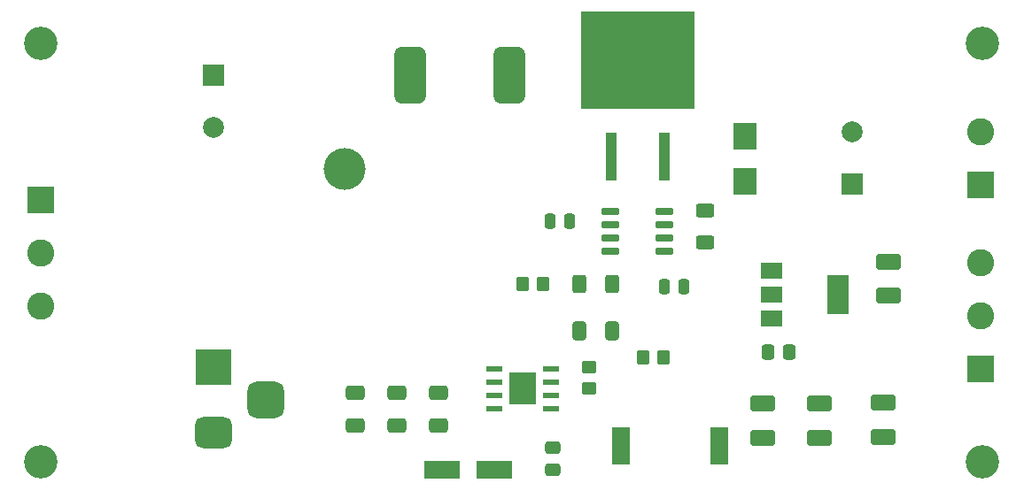
<source format=gts>
G04 #@! TF.GenerationSoftware,KiCad,Pcbnew,6.0.2+dfsg-1*
G04 #@! TF.CreationDate,2023-02-09T09:42:12+00:00*
G04 #@! TF.ProjectId,NixiePowerAlternate,4e697869-6550-46f7-9765-72416c746572,rev?*
G04 #@! TF.SameCoordinates,Original*
G04 #@! TF.FileFunction,Soldermask,Top*
G04 #@! TF.FilePolarity,Negative*
%FSLAX46Y46*%
G04 Gerber Fmt 4.6, Leading zero omitted, Abs format (unit mm)*
G04 Created by KiCad (PCBNEW 6.0.2+dfsg-1) date 2023-02-09 09:42:12*
%MOMM*%
%LPD*%
G01*
G04 APERTURE LIST*
G04 Aperture macros list*
%AMRoundRect*
0 Rectangle with rounded corners*
0 $1 Rounding radius*
0 $2 $3 $4 $5 $6 $7 $8 $9 X,Y pos of 4 corners*
0 Add a 4 corners polygon primitive as box body*
4,1,4,$2,$3,$4,$5,$6,$7,$8,$9,$2,$3,0*
0 Add four circle primitives for the rounded corners*
1,1,$1+$1,$2,$3*
1,1,$1+$1,$4,$5*
1,1,$1+$1,$6,$7*
1,1,$1+$1,$8,$9*
0 Add four rect primitives between the rounded corners*
20,1,$1+$1,$2,$3,$4,$5,0*
20,1,$1+$1,$4,$5,$6,$7,0*
20,1,$1+$1,$6,$7,$8,$9,0*
20,1,$1+$1,$8,$9,$2,$3,0*%
G04 Aperture macros list end*
%ADD10C,3.200000*%
%ADD11RoundRect,0.250000X-0.475000X0.337500X-0.475000X-0.337500X0.475000X-0.337500X0.475000X0.337500X0*%
%ADD12RoundRect,0.250000X-0.350000X-0.450000X0.350000X-0.450000X0.350000X0.450000X-0.350000X0.450000X0*%
%ADD13R,1.780000X3.560000*%
%ADD14R,1.100000X4.600000*%
%ADD15R,10.800000X9.400000*%
%ADD16RoundRect,0.250000X0.350000X0.450000X-0.350000X0.450000X-0.350000X-0.450000X0.350000X-0.450000X0*%
%ADD17RoundRect,0.250000X-0.650000X0.412500X-0.650000X-0.412500X0.650000X-0.412500X0.650000X0.412500X0*%
%ADD18RoundRect,0.250001X-0.924999X0.499999X-0.924999X-0.499999X0.924999X-0.499999X0.924999X0.499999X0*%
%ADD19RoundRect,0.250000X0.400000X0.625000X-0.400000X0.625000X-0.400000X-0.625000X0.400000X-0.625000X0*%
%ADD20R,2.300000X2.500000*%
%ADD21RoundRect,0.250001X0.924999X-0.499999X0.924999X0.499999X-0.924999X0.499999X-0.924999X-0.499999X0*%
%ADD22RoundRect,0.250000X0.412500X0.650000X-0.412500X0.650000X-0.412500X-0.650000X0.412500X-0.650000X0*%
%ADD23R,3.500000X1.800000*%
%ADD24R,3.500000X3.500000*%
%ADD25RoundRect,0.750000X1.000000X-0.750000X1.000000X0.750000X-1.000000X0.750000X-1.000000X-0.750000X0*%
%ADD26RoundRect,0.875000X0.875000X-0.875000X0.875000X0.875000X-0.875000X0.875000X-0.875000X-0.875000X0*%
%ADD27RoundRect,0.250000X0.250000X0.475000X-0.250000X0.475000X-0.250000X-0.475000X0.250000X-0.475000X0*%
%ADD28C,4.000000*%
%ADD29R,1.550000X0.600000*%
%ADD30R,2.600000X3.100000*%
%ADD31R,2.000000X1.500000*%
%ADD32R,2.000000X3.800000*%
%ADD33RoundRect,0.150000X-0.725000X-0.150000X0.725000X-0.150000X0.725000X0.150000X-0.725000X0.150000X0*%
%ADD34RoundRect,0.250000X-0.625000X0.400000X-0.625000X-0.400000X0.625000X-0.400000X0.625000X0.400000X0*%
%ADD35R,2.600000X2.600000*%
%ADD36C,2.600000*%
%ADD37RoundRect,0.250000X-0.337500X-0.475000X0.337500X-0.475000X0.337500X0.475000X-0.337500X0.475000X0*%
%ADD38RoundRect,0.250000X0.450000X-0.350000X0.450000X0.350000X-0.450000X0.350000X-0.450000X-0.350000X0*%
%ADD39R,2.000000X2.000000*%
%ADD40C,2.000000*%
%ADD41RoundRect,0.250000X-0.250000X-0.475000X0.250000X-0.475000X0.250000X0.475000X-0.250000X0.475000X0*%
%ADD42RoundRect,0.750000X-0.750000X2.000000X-0.750000X-2.000000X0.750000X-2.000000X0.750000X2.000000X0*%
G04 APERTURE END LIST*
D10*
X195000000Y-105000000D03*
D11*
X153900000Y-143700000D03*
X153900000Y-145775000D03*
D12*
X162500000Y-135000000D03*
X164500000Y-135000000D03*
D13*
X160400000Y-143500000D03*
X169800000Y-143500000D03*
D14*
X159460000Y-115775000D03*
D15*
X162000000Y-106625000D03*
D14*
X164540000Y-115775000D03*
D16*
X153000000Y-128000000D03*
X151000000Y-128000000D03*
D17*
X139000000Y-138437500D03*
X139000000Y-141562500D03*
X135000000Y-138437500D03*
X135000000Y-141562500D03*
D18*
X174000000Y-139475000D03*
X174000000Y-142725000D03*
D19*
X159550000Y-128000000D03*
X156450000Y-128000000D03*
D20*
X172266450Y-118150000D03*
X172266450Y-113850000D03*
D21*
X186000000Y-129125000D03*
X186000000Y-125875000D03*
D22*
X159562500Y-132500000D03*
X156437500Y-132500000D03*
D23*
X148300000Y-145800000D03*
X143300000Y-145800000D03*
D24*
X121500000Y-136000000D03*
D25*
X121500000Y-142200000D03*
D26*
X126500000Y-139100000D03*
D27*
X155550000Y-122000000D03*
X153650000Y-122000000D03*
D28*
X134000000Y-117000000D03*
D29*
X153700000Y-139905000D03*
X153700000Y-138635000D03*
X153700000Y-137365000D03*
X153700000Y-136095000D03*
X148300000Y-136095000D03*
X148300000Y-137365000D03*
X148300000Y-138635000D03*
X148300000Y-139905000D03*
D30*
X151000000Y-138000000D03*
D31*
X174850000Y-126700000D03*
X174850000Y-129000000D03*
D32*
X181150000Y-129000000D03*
D31*
X174850000Y-131300000D03*
D33*
X159425000Y-121095000D03*
X159425000Y-122365000D03*
X159425000Y-123635000D03*
X159425000Y-124905000D03*
X164575000Y-124905000D03*
X164575000Y-123635000D03*
X164575000Y-122365000D03*
X164575000Y-121095000D03*
D34*
X168500000Y-120950000D03*
X168500000Y-124050000D03*
D18*
X185500000Y-139375000D03*
X185500000Y-142625000D03*
D35*
X105000000Y-120000000D03*
D36*
X105000000Y-125080000D03*
X105000000Y-130160000D03*
D37*
X174462500Y-134500000D03*
X176537500Y-134500000D03*
D35*
X194805000Y-118500000D03*
D36*
X194805000Y-113420000D03*
D38*
X157400000Y-138000000D03*
X157400000Y-136000000D03*
D39*
X121500000Y-108000000D03*
D40*
X121500000Y-113000000D03*
D10*
X195000000Y-145000000D03*
D41*
X164550000Y-128250000D03*
X166450000Y-128250000D03*
D35*
X194805000Y-136096000D03*
D36*
X194805000Y-131016000D03*
X194805000Y-125936000D03*
D18*
X179400000Y-139475000D03*
X179400000Y-142725000D03*
D10*
X105000000Y-105000000D03*
D17*
X143000000Y-138437500D03*
X143000000Y-141562500D03*
D42*
X149750000Y-108000000D03*
X140250000Y-108000000D03*
D39*
X182500000Y-118441807D03*
D40*
X182500000Y-113441807D03*
D10*
X105000000Y-145000000D03*
M02*

</source>
